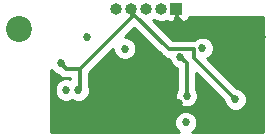
<source format=gbl>
G04 #@! TF.GenerationSoftware,KiCad,Pcbnew,(5.0.1)-4*
G04 #@! TF.CreationDate,2019-01-27T12:38:07-06:00*
G04 #@! TF.ProjectId,power_board,706F7765725F626F6172642E6B696361,rev?*
G04 #@! TF.SameCoordinates,Original*
G04 #@! TF.FileFunction,Copper,L4,Bot,Signal*
G04 #@! TF.FilePolarity,Positive*
%FSLAX46Y46*%
G04 Gerber Fmt 4.6, Leading zero omitted, Abs format (unit mm)*
G04 Created by KiCad (PCBNEW (5.0.1)-4) date 1/27/2019 12:38:07 PM*
%MOMM*%
%LPD*%
G01*
G04 APERTURE LIST*
G04 #@! TA.AperFunction,ComponentPad*
%ADD10R,1.000000X1.000000*%
G04 #@! TD*
G04 #@! TA.AperFunction,ComponentPad*
%ADD11O,1.000000X1.000000*%
G04 #@! TD*
G04 #@! TA.AperFunction,ComponentPad*
%ADD12C,2.200000*%
G04 #@! TD*
G04 #@! TA.AperFunction,ViaPad*
%ADD13C,0.685800*%
G04 #@! TD*
G04 #@! TA.AperFunction,Conductor*
%ADD14C,0.300000*%
G04 #@! TD*
G04 #@! TA.AperFunction,Conductor*
%ADD15C,0.254000*%
G04 #@! TD*
G04 APERTURE END LIST*
D10*
G04 #@! TO.P,J1,1*
G04 #@! TO.N,(GND)*
X163000000Y-109800000D03*
D11*
G04 #@! TO.P,J1,2*
G04 #@! TO.N,PWR_SENSE*
X161730000Y-109800000D03*
G04 #@! TO.P,J1,3*
G04 #@! TO.N,STAT*
X160460000Y-109800000D03*
G04 #@! TO.P,J1,4*
G04 #@! TO.N,+5V*
X159190000Y-109800000D03*
G04 #@! TO.P,J1,5*
G04 #@! TO.N,VDD*
X157920000Y-109800000D03*
G04 #@! TD*
D12*
G04 #@! TO.P,H1,1*
G04 #@! TO.N,N/C*
X149725000Y-111575000D03*
G04 #@! TD*
D13*
G04 #@! TO.N,(GND)*
X163350000Y-111700000D03*
X163225000Y-117800000D03*
X158600000Y-115000000D03*
X170275000Y-112225000D03*
G04 #@! TO.N,/D*
X163800000Y-119450000D03*
X163350000Y-113895300D03*
X163870300Y-117200000D03*
G04 #@! TO.N,Net-(R2-Pad1)*
X158650000Y-113200004D03*
X165200000Y-113150000D03*
G04 #@! TO.N,+5V*
X168000000Y-117500000D03*
X154700000Y-116725000D03*
X153200000Y-114450000D03*
G04 #@! TO.N,STAT*
X155450000Y-112250000D03*
G04 #@! TO.N,/D*
X153675000Y-116700000D03*
G04 #@! TD*
D14*
G04 #@! TO.N,(GND)*
X163450000Y-110940067D02*
X163050000Y-110540067D01*
X163450000Y-111425000D02*
X163450000Y-110940067D01*
X163050000Y-110540067D02*
X163050000Y-110141210D01*
G04 #@! TO.N,/D*
X163350000Y-113895300D02*
X163870300Y-114415600D01*
X163870300Y-114415600D02*
X163870300Y-117200000D01*
G04 #@! TO.N,+5V*
X154825000Y-115725000D02*
X154842899Y-114907101D01*
X164500000Y-113250000D02*
X164500000Y-114000000D01*
X154842899Y-114907101D02*
X159250000Y-110500000D01*
X159250000Y-110500000D02*
X159250000Y-110141210D01*
X164500000Y-114000000D02*
X168000000Y-117500000D01*
X159250000Y-110141210D02*
X162358790Y-113250000D01*
X162358790Y-113250000D02*
X164500000Y-113250000D01*
X154825000Y-115725000D02*
X154825000Y-116600000D01*
X154825000Y-116600000D02*
X154700000Y-116725000D01*
X154842899Y-114907101D02*
X153657101Y-114907101D01*
X153657101Y-114907101D02*
X153200000Y-114450000D01*
G04 #@! TD*
D15*
G04 #@! TO.N,(GND)*
G36*
X163127000Y-110776250D02*
X163285750Y-110935000D01*
X163626310Y-110935000D01*
X163859699Y-110838327D01*
X164038327Y-110659698D01*
X164084760Y-110547600D01*
X170365200Y-110547600D01*
X170365201Y-120273600D01*
X164359359Y-120273600D01*
X164629023Y-120003936D01*
X164777900Y-119644516D01*
X164777900Y-119255484D01*
X164629023Y-118896064D01*
X164353936Y-118620977D01*
X163994516Y-118472100D01*
X163605484Y-118472100D01*
X163246064Y-118620977D01*
X162970977Y-118896064D01*
X162822100Y-119255484D01*
X162822100Y-119644516D01*
X162970977Y-120003936D01*
X163240641Y-120273600D01*
X152389200Y-120273600D01*
X152389200Y-115022159D01*
X152646064Y-115279023D01*
X153005484Y-115427900D01*
X153060977Y-115427900D01*
X153091148Y-115473054D01*
X153350809Y-115646555D01*
X153579785Y-115692101D01*
X153579789Y-115692101D01*
X153657100Y-115707479D01*
X153734411Y-115692101D01*
X154040000Y-115692101D01*
X154040000Y-115716439D01*
X154038497Y-115785122D01*
X154039823Y-115792644D01*
X153869516Y-115722100D01*
X153480484Y-115722100D01*
X153121064Y-115870977D01*
X152845977Y-116146064D01*
X152697100Y-116505484D01*
X152697100Y-116894516D01*
X152845977Y-117253936D01*
X153121064Y-117529023D01*
X153480484Y-117677900D01*
X153869516Y-117677900D01*
X154157322Y-117558686D01*
X154505484Y-117702900D01*
X154894516Y-117702900D01*
X155253936Y-117554023D01*
X155529023Y-117278936D01*
X155677900Y-116919516D01*
X155677900Y-116530484D01*
X155610000Y-116366559D01*
X155610000Y-115733564D01*
X155620816Y-115239342D01*
X157672100Y-113188058D01*
X157672100Y-113394520D01*
X157820977Y-113753940D01*
X158096064Y-114029027D01*
X158455484Y-114177904D01*
X158844516Y-114177904D01*
X159203936Y-114029027D01*
X159479023Y-113753940D01*
X159627900Y-113394520D01*
X159627900Y-113005488D01*
X159479023Y-112646068D01*
X159203936Y-112370981D01*
X158844516Y-112222104D01*
X158638054Y-112222104D01*
X159429395Y-111430763D01*
X161749043Y-113750411D01*
X161792837Y-113815953D01*
X161858379Y-113859747D01*
X161858381Y-113859749D01*
X161941356Y-113915191D01*
X162052498Y-113989454D01*
X162281474Y-114035000D01*
X162281478Y-114035000D01*
X162358790Y-114050378D01*
X162372100Y-114047731D01*
X162372100Y-114089816D01*
X162520977Y-114449236D01*
X162796064Y-114724323D01*
X163085300Y-114844129D01*
X163085301Y-116602040D01*
X163041277Y-116646064D01*
X162892400Y-117005484D01*
X162892400Y-117394516D01*
X163041277Y-117753936D01*
X163316364Y-118029023D01*
X163675784Y-118177900D01*
X164064816Y-118177900D01*
X164424236Y-118029023D01*
X164699323Y-117753936D01*
X164848200Y-117394516D01*
X164848200Y-117005484D01*
X164699323Y-116646064D01*
X164655300Y-116602041D01*
X164655300Y-115265457D01*
X167022100Y-117632258D01*
X167022100Y-117694516D01*
X167170977Y-118053936D01*
X167446064Y-118329023D01*
X167805484Y-118477900D01*
X168194516Y-118477900D01*
X168553936Y-118329023D01*
X168829023Y-118053936D01*
X168977900Y-117694516D01*
X168977900Y-117305484D01*
X168829023Y-116946064D01*
X168553936Y-116670977D01*
X168194516Y-116522100D01*
X168132258Y-116522100D01*
X165637436Y-114027279D01*
X165753936Y-113979023D01*
X166029023Y-113703936D01*
X166177900Y-113344516D01*
X166177900Y-112955484D01*
X166029023Y-112596064D01*
X165753936Y-112320977D01*
X165394516Y-112172100D01*
X165005484Y-112172100D01*
X164646064Y-112320977D01*
X164514530Y-112452511D01*
X164500000Y-112449621D01*
X164422684Y-112465000D01*
X162683948Y-112465000D01*
X161013897Y-110794950D01*
X161095000Y-110740759D01*
X161287145Y-110869146D01*
X161618217Y-110935000D01*
X161841783Y-110935000D01*
X162172855Y-110869146D01*
X162188870Y-110858445D01*
X162373690Y-110935000D01*
X162714250Y-110935000D01*
X162873000Y-110776250D01*
X162873000Y-110547600D01*
X163127000Y-110547600D01*
X163127000Y-110776250D01*
X163127000Y-110776250D01*
G37*
X163127000Y-110776250D02*
X163285750Y-110935000D01*
X163626310Y-110935000D01*
X163859699Y-110838327D01*
X164038327Y-110659698D01*
X164084760Y-110547600D01*
X170365200Y-110547600D01*
X170365201Y-120273600D01*
X164359359Y-120273600D01*
X164629023Y-120003936D01*
X164777900Y-119644516D01*
X164777900Y-119255484D01*
X164629023Y-118896064D01*
X164353936Y-118620977D01*
X163994516Y-118472100D01*
X163605484Y-118472100D01*
X163246064Y-118620977D01*
X162970977Y-118896064D01*
X162822100Y-119255484D01*
X162822100Y-119644516D01*
X162970977Y-120003936D01*
X163240641Y-120273600D01*
X152389200Y-120273600D01*
X152389200Y-115022159D01*
X152646064Y-115279023D01*
X153005484Y-115427900D01*
X153060977Y-115427900D01*
X153091148Y-115473054D01*
X153350809Y-115646555D01*
X153579785Y-115692101D01*
X153579789Y-115692101D01*
X153657100Y-115707479D01*
X153734411Y-115692101D01*
X154040000Y-115692101D01*
X154040000Y-115716439D01*
X154038497Y-115785122D01*
X154039823Y-115792644D01*
X153869516Y-115722100D01*
X153480484Y-115722100D01*
X153121064Y-115870977D01*
X152845977Y-116146064D01*
X152697100Y-116505484D01*
X152697100Y-116894516D01*
X152845977Y-117253936D01*
X153121064Y-117529023D01*
X153480484Y-117677900D01*
X153869516Y-117677900D01*
X154157322Y-117558686D01*
X154505484Y-117702900D01*
X154894516Y-117702900D01*
X155253936Y-117554023D01*
X155529023Y-117278936D01*
X155677900Y-116919516D01*
X155677900Y-116530484D01*
X155610000Y-116366559D01*
X155610000Y-115733564D01*
X155620816Y-115239342D01*
X157672100Y-113188058D01*
X157672100Y-113394520D01*
X157820977Y-113753940D01*
X158096064Y-114029027D01*
X158455484Y-114177904D01*
X158844516Y-114177904D01*
X159203936Y-114029027D01*
X159479023Y-113753940D01*
X159627900Y-113394520D01*
X159627900Y-113005488D01*
X159479023Y-112646068D01*
X159203936Y-112370981D01*
X158844516Y-112222104D01*
X158638054Y-112222104D01*
X159429395Y-111430763D01*
X161749043Y-113750411D01*
X161792837Y-113815953D01*
X161858379Y-113859747D01*
X161858381Y-113859749D01*
X161941356Y-113915191D01*
X162052498Y-113989454D01*
X162281474Y-114035000D01*
X162281478Y-114035000D01*
X162358790Y-114050378D01*
X162372100Y-114047731D01*
X162372100Y-114089816D01*
X162520977Y-114449236D01*
X162796064Y-114724323D01*
X163085300Y-114844129D01*
X163085301Y-116602040D01*
X163041277Y-116646064D01*
X162892400Y-117005484D01*
X162892400Y-117394516D01*
X163041277Y-117753936D01*
X163316364Y-118029023D01*
X163675784Y-118177900D01*
X164064816Y-118177900D01*
X164424236Y-118029023D01*
X164699323Y-117753936D01*
X164848200Y-117394516D01*
X164848200Y-117005484D01*
X164699323Y-116646064D01*
X164655300Y-116602041D01*
X164655300Y-115265457D01*
X167022100Y-117632258D01*
X167022100Y-117694516D01*
X167170977Y-118053936D01*
X167446064Y-118329023D01*
X167805484Y-118477900D01*
X168194516Y-118477900D01*
X168553936Y-118329023D01*
X168829023Y-118053936D01*
X168977900Y-117694516D01*
X168977900Y-117305484D01*
X168829023Y-116946064D01*
X168553936Y-116670977D01*
X168194516Y-116522100D01*
X168132258Y-116522100D01*
X165637436Y-114027279D01*
X165753936Y-113979023D01*
X166029023Y-113703936D01*
X166177900Y-113344516D01*
X166177900Y-112955484D01*
X166029023Y-112596064D01*
X165753936Y-112320977D01*
X165394516Y-112172100D01*
X165005484Y-112172100D01*
X164646064Y-112320977D01*
X164514530Y-112452511D01*
X164500000Y-112449621D01*
X164422684Y-112465000D01*
X162683948Y-112465000D01*
X161013897Y-110794950D01*
X161095000Y-110740759D01*
X161287145Y-110869146D01*
X161618217Y-110935000D01*
X161841783Y-110935000D01*
X162172855Y-110869146D01*
X162188870Y-110858445D01*
X162373690Y-110935000D01*
X162714250Y-110935000D01*
X162873000Y-110776250D01*
X162873000Y-110547600D01*
X163127000Y-110547600D01*
X163127000Y-110776250D01*
G04 #@! TD*
M02*

</source>
